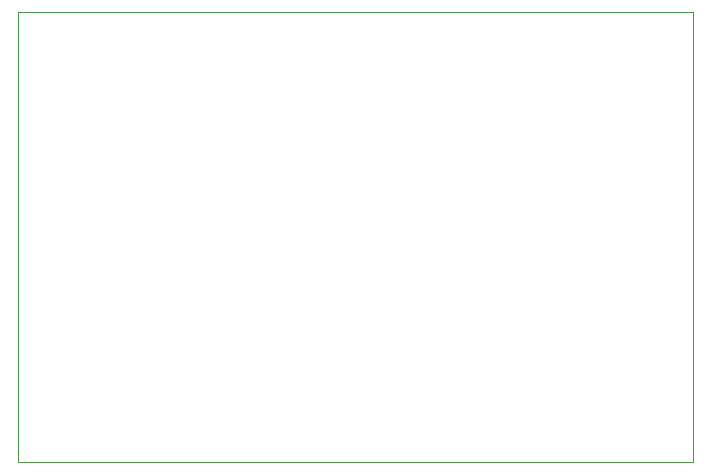
<source format=gbr>
%TF.GenerationSoftware,KiCad,Pcbnew,(6.0.1)*%
%TF.CreationDate,2022-03-10T14:05:26-07:00*%
%TF.ProjectId,RFSoC_directclocking,5246536f-435f-4646-9972-656374636c6f,rev?*%
%TF.SameCoordinates,Original*%
%TF.FileFunction,Profile,NP*%
%FSLAX46Y46*%
G04 Gerber Fmt 4.6, Leading zero omitted, Abs format (unit mm)*
G04 Created by KiCad (PCBNEW (6.0.1)) date 2022-03-10 14:05:26*
%MOMM*%
%LPD*%
G01*
G04 APERTURE LIST*
%TA.AperFunction,Profile*%
%ADD10C,0.100000*%
%TD*%
G04 APERTURE END LIST*
D10*
X73660000Y-58420000D02*
X130810000Y-58420000D01*
X130810000Y-58420000D02*
X130810000Y-96520000D01*
X130810000Y-96520000D02*
X73660000Y-96520000D01*
X73660000Y-96520000D02*
X73660000Y-58420000D01*
M02*

</source>
